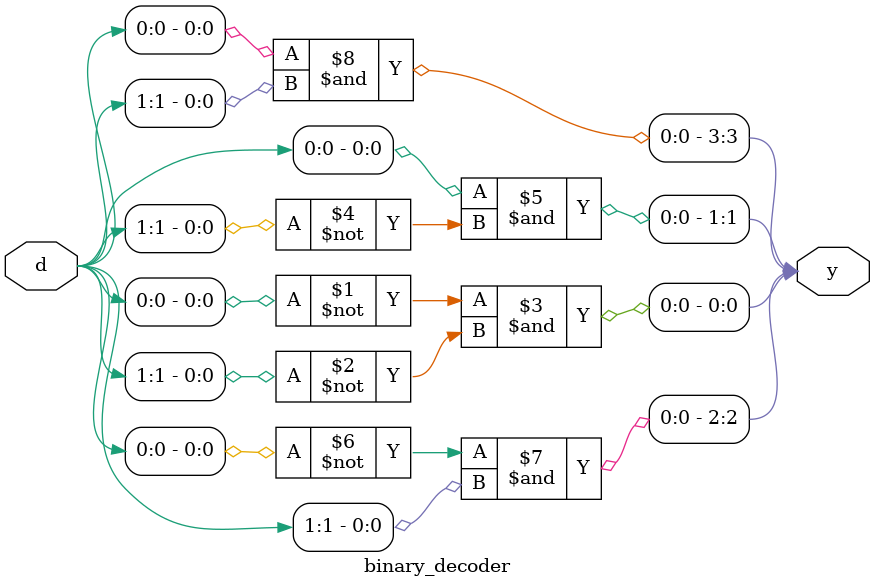
<source format=v>
module binary_decoder(
  input [1:0] d,
  output reg [3:0] y);
  assign y[0]=~d[0]&~d[1];
  assign y[1]=d[0]&~d[1];
  assign y[2]=~d[0]&d[1];
  assign y[3]=d[0]&d[1];
endmodule
   

</source>
